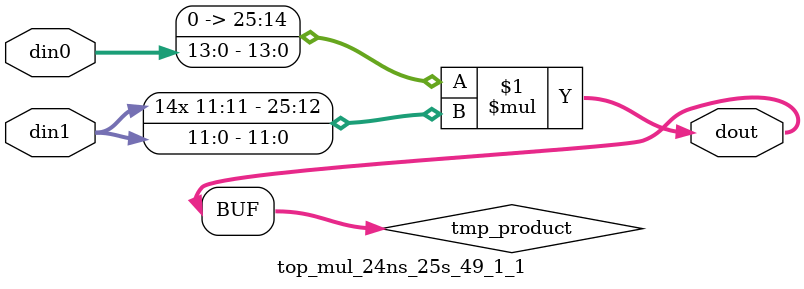
<source format=v>

`timescale 1 ns / 1 ps

 (* use_dsp = "yes" *)  module top_mul_24ns_25s_49_1_1(din0, din1, dout);
parameter ID = 1;
parameter NUM_STAGE = 0;
parameter din0_WIDTH = 14;
parameter din1_WIDTH = 12;
parameter dout_WIDTH = 26;

input [din0_WIDTH - 1 : 0] din0; 
input [din1_WIDTH - 1 : 0] din1; 
output [dout_WIDTH - 1 : 0] dout;

wire signed [dout_WIDTH - 1 : 0] tmp_product;

























assign tmp_product = $signed({1'b0, din0}) * $signed(din1);










assign dout = tmp_product;





















endmodule

</source>
